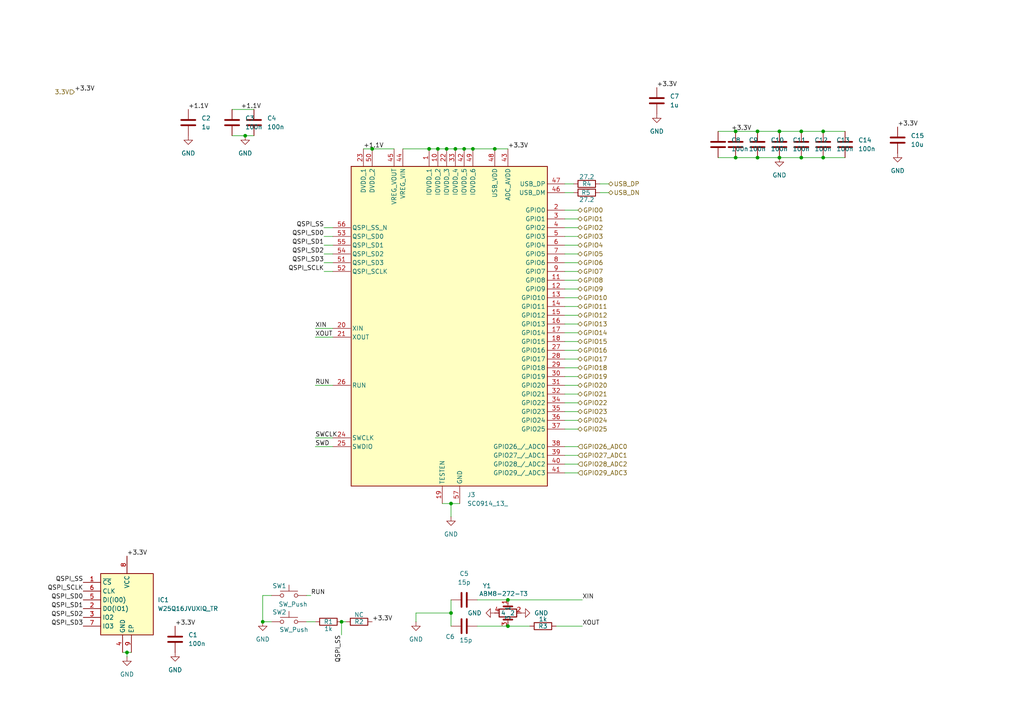
<source format=kicad_sch>
(kicad_sch (version 20250114) (generator "eeschema") (generator_version "9.0")
  (paper "A4")
  (lib_symbols
    (symbol "Device:C" (pin_numbers (hide yes)) (pin_names (offset 0.254))
      (property "Reference" "C" (at 0.635 2.54 0))
      (property "Value" "C" (at 0.635 -2.54 0))
      (symbol "C_0_1"
        (polyline (pts (xy -2.032 0.762) (xy 2.032 0.762)) (stroke (width 0.508)))
        (polyline (pts (xy -2.032 -0.762) (xy 2.032 -0.762)) (stroke (width 0.508)))
      )
      (symbol "C_1_1"
        (pin passive line (at 0 3.81 270) (length 2.794) (name "~") (number "1"))
        (pin passive line (at 0 -3.81 90) (length 2.794) (name "~") (number "2"))
      )
    )
    (symbol "Device:R" (pin_numbers (hide yes)) (pin_names (offset 0))
      (property "Reference" "R" (at 2.032 0 90))
      (property "Value" "R" (at 0 0 90))
      (symbol "R_0_1"
        (rectangle (start -1.016 -2.54) (end 1.016 2.54) (stroke (width 0.254)))
      )
      (symbol "R_1_1"
        (pin passive line (at 0 3.81 270) (length 1.27) (name "~") (number "1"))
        (pin passive line (at 0 -3.81 90) (length 1.27) (name "~") (number "2"))
      )
    )
    (symbol "Eeloo_Pad:ABM8-272-T3"
      (property "Reference" "Y" (at 36.83 7.62 0))
      (property "Value" "ABM8-272-T3" (at 36.83 5.08 0))
      (symbol "ABM8-272-T3_0_1"
        (polyline (pts (xy 12.7 -26.67) (xy 13.335 -26.67)))
        (polyline (pts (xy 13.335 -27.94) (xy 13.335 -25.4)) (stroke (width 0.508)))
        (rectangle (start 14.097 -24.13) (end 16.383 -29.21) (stroke (width 0.3048)))
        (polyline (pts (xy 17.145 -27.94) (xy 17.145 -25.4)) (stroke (width 0.508)))
        (polyline (pts (xy 17.78 -26.67) (xy 17.145 -26.67)))
      )
      (symbol "ABM8-272-T3_1_1"
        (pin passive line (at 11.43 -26.67 0) (length 1.27) (name "1") (number "1"))
        (pin passive line (at 15.24 -22.86 270) (length 1.27) (name "2") (number "2"))
        (pin passive line (at 15.24 -30.48 90) (length 1.27) (name "4") (number "4"))
        (pin passive line (at 19.05 -26.67 180) (length 1.27) (name "3") (number "3"))
      )
    )
    (symbol "Eeloo_Pad:SC0914_13_"
      (property "Reference" "J" (at 89.154 79.248 0))
      (property "Value" "SC0914_13_" (at 89.154 76.708 0))
      (symbol "SC0914_13__1_1"
        (rectangle (start -11.176 44.45) (end 45.72 -48.26) (stroke (width 0.254)) (fill (type background)))
        (pin passive line (at -16.51 26.67 0) (length 5.08) (name "QSPI_SS_N") (number "56"))
        (pin passive line (at -16.51 24.13 0) (length 5.08) (name "QSPI_SD0") (number "53"))
        (pin passive line (at -16.51 21.59 0) (length 5.08) (name "QSPI_SD1") (number "55"))
        (pin passive line (at -16.51 19.05 0) (length 5.08) (name "QSPI_SD2") (number "54"))
        (pin passive line (at -16.51 16.51 0) (length 5.08) (name "QSPI_SD3") (number "51"))
        (pin passive line (at -16.51 13.97 0) (length 5.08) (name "QSPI_SCLK") (number "52"))
        (pin passive line (at -16.51 -2.54 0) (length 5.08) (name "XIN") (number "20"))
        (pin passive line (at -16.51 -5.08 0) (length 5.08) (name "XOUT") (number "21"))
        (pin passive line (at -16.51 -19.05 0) (length 5.08) (name "RUN") (number "26"))
        (pin passive line (at -16.51 -34.29 0) (length 5.08) (name "SWCLK") (number "24"))
        (pin passive line (at -16.51 -36.83 0) (length 5.08) (name "SWDIO") (number "25"))
        (pin passive line (at -7.62 49.53 270) (length 5.08) (name "DVDD_1") (number "23"))
        (pin passive line (at -5.08 49.53 270) (length 5.08) (name "DVDD_2") (number "50"))
        (pin passive line (at 1.27 49.53 270) (length 5.08) (name "VREG_VOUT") (number "45"))
        (pin passive line (at 3.81 49.53 270) (length 5.08) (name "VREG_VIN") (number "44"))
        (pin passive line (at 11.43 49.53 270) (length 5.08) (name "IOVDD_1") (number "1"))
        (pin passive line (at 13.97 49.53 270) (length 5.08) (name "IOVDD_2") (number "10"))
        (pin passive line (at 15.24 -53.34 90) (length 5.08) (name "TESTEN") (number "19"))
        (pin passive line (at 16.51 49.53 270) (length 5.08) (name "IOVDD_3") (number "22"))
        (pin passive line (at 19.05 49.53 270) (length 5.08) (name "IOVDD_4") (number "33"))
        (pin passive line (at 20.32 -53.34 90) (length 5.08) (name "GND") (number "57"))
        (pin passive line (at 21.59 49.53 270) (length 5.08) (name "IOVDD_5") (number "42"))
        (pin passive line (at 24.13 49.53 270) (length 5.08) (name "IOVDD_6") (number "49"))
        (pin passive line (at 30.48 49.53 270) (length 5.08) (name "USB_VDD") (number "48"))
        (pin passive line (at 34.29 49.53 270) (length 5.08) (name "ADC_AVDD") (number "43"))
        (pin passive line (at 50.8 39.37 180) (length 5.08) (name "USB_DP") (number "47"))
        (pin passive line (at 50.8 36.83 180) (length 5.08) (name "USB_DM") (number "46"))
        (pin passive line (at 50.8 31.75 180) (length 5.08) (name "GPIO0") (number "2"))
        (pin passive line (at 50.8 29.21 180) (length 5.08) (name "GPIO1") (number "3"))
        (pin passive line (at 50.8 26.67 180) (length 5.08) (name "GPIO2") (number "4"))
        (pin passive line (at 50.8 24.13 180) (length 5.08) (name "GPIO3") (number "5"))
        (pin passive line (at 50.8 21.59 180) (length 5.08) (name "GPIO4") (number "6"))
        (pin passive line (at 50.8 19.05 180) (length 5.08) (name "GPIO5") (number "7"))
        (pin passive line (at 50.8 16.51 180) (length 5.08) (name "GPIO6") (number "8"))
        (pin passive line (at 50.8 13.97 180) (length 5.08) (name "GPIO7") (number "9"))
        (pin passive line (at 50.8 11.43 180) (length 5.08) (name "GPIO8") (number "11"))
        (pin passive line (at 50.8 8.89 180) (length 5.08) (name "GPIO9") (number "12"))
        (pin passive line (at 50.8 6.35 180) (length 5.08) (name "GPIO10") (number "13"))
        (pin passive line (at 50.8 3.81 180) (length 5.08) (name "GPIO11") (number "14"))
        (pin passive line (at 50.8 1.27 180) (length 5.08) (name "GPIO12") (number "15"))
        (pin passive line (at 50.8 -1.27 180) (length 5.08) (name "GPIO13") (number "16"))
        (pin passive line (at 50.8 -3.81 180) (length 5.08) (name "GPIO14") (number "17"))
        (pin passive line (at 50.8 -6.35 180) (length 5.08) (name "GPIO15") (number "18"))
        (pin passive line (at 50.8 -8.89 180) (length 5.08) (name "GPIO16") (number "27"))
        (pin passive line (at 50.8 -11.43 180) (length 5.08) (name "GPIO17") (number "28"))
        (pin passive line (at 50.8 -13.97 180) (length 5.08) (name "GPIO18") (number "29"))
        (pin passive line (at 50.8 -16.51 180) (length 5.08) (name "GPIO19") (number "30"))
        (pin passive line (at 50.8 -19.05 180) (length 5.08) (name "GPIO20") (number "31"))
        (pin passive line (at 50.8 -21.59 180) (length 5.08) (name "GPIO21") (number "32"))
        (pin passive line (at 50.8 -24.13 180) (length 5.08) (name "GPIO22") (number "34"))
        (pin passive line (at 50.8 -26.67 180) (length 5.08) (name "GPIO23") (number "35"))
        (pin passive line (at 50.8 -29.21 180) (length 5.08) (name "GPIO24") (number "36"))
        (pin passive line (at 50.8 -31.75 180) (length 5.08) (name "GPIO25") (number "37"))
        (pin passive line (at 50.8 -36.83 180) (length 5.08) (name "GPIO26_/_ADC0") (number "38"))
        (pin passive line (at 50.8 -39.37 180) (length 5.08) (name "GPIO27_/_ADC1") (number "39"))
        (pin passive line (at 50.8 -41.91 180) (length 5.08) (name "GPIO28_/_ADC2") (number "40"))
        (pin passive line (at 50.8 -44.45 180) (length 5.08) (name "GPIO29_/_ADC3") (number "41"))
      )
    )
    (symbol "Eeloo_Pad:W25Q16JVUXIQ_TR"
      (property "Reference" "IC" (at 17.272 7.62 0))
      (property "Value" "W25Q16JVUXIQ_TR" (at 17.272 5.08 0))
      (symbol "W25Q16JVUXIQ_TR_1_1"
        (rectangle (start 5.08 2.54) (end 20.32 -15.24) (stroke (width 0.254)) (fill (type background)))
        (pin passive line (at 0 0 0) (length 5.08) (name "~{CS}") (number "1"))
        (pin passive line (at 0 -2.54 0) (length 5.08) (name "CLK") (number "6"))
        (pin passive line (at 0 -5.08 0) (length 5.08) (name "DI(IO0)") (number "5"))
        (pin passive line (at 0 -7.62 0) (length 5.08) (name "DO(IO1)") (number "2"))
        (pin passive line (at 0 -10.16 0) (length 5.08) (name "IO2") (number "3"))
        (pin passive line (at 0 -12.7 0) (length 5.08) (name "IO3") (number "7"))
        (pin passive line (at 11.43 -20.32 90) (length 5.08) (name "GND") (number "4"))
        (pin passive line (at 12.7 7.62 270) (length 5.08) (name "VCC") (number "8"))
        (pin passive line (at 13.97 -20.32 90) (length 5.08) (name "EP") (number "9"))
      )
    )
    (symbol "Switch:SW_Push" (pin_numbers (hide yes)) (pin_names (offset 1.016) (hide yes))
      (property "Reference" "SW" (at 1.27 2.54 0))
      (property "Value" "SW_Push" (at 0 -1.524 0))
      (symbol "SW_Push_0_1"
        (circle (center -2.032 0) (radius 0.508))
        (polyline (pts (xy 0 1.27) (xy 0 3.048)))
        (circle (center 2.032 0) (radius 0.508))
        (polyline (pts (xy 2.54 1.27) (xy -2.54 1.27)))
        (pin passive line (at -5.08 0 0) (length 2.54) (name "1") (number "1"))
        (pin passive line (at 5.08 0 180) (length 2.54) (name "2") (number "2"))
      )
    )
    (symbol "power:GND" (power) (pin_numbers (hide yes)) (pin_names (offset 0) (hide yes))
      (property "Value" "GND" (at 0 -3.81 0))
      (symbol "GND_0_1"
        (polyline (pts (xy 0 0) (xy 0 -1.27) (xy 1.27 -1.27) (xy 0 -2.54) (xy -1.27 -1.27) (xy 0 -1.27)))
      )
      (symbol "GND_1_1"
        (pin power_in line (at 0 0 270) (length 0) (name "~") (number "1"))
      )
    )
  )
  (junction (at 99.06 180.34))
  (junction (at 107.95 43.18))
  (junction (at 213.36 45.72))
  (junction (at 226.06 45.72))
  (junction (at 36.83 189.23))
  (junction (at 71.12 39.37))
  (junction (at 143.51 43.18))
  (junction (at 219.71 38.1))
  (junction (at 147.32 173.99))
  (junction (at 124.46 43.18))
  (junction (at 134.62 43.18))
  (junction (at 147.32 181.61))
  (junction (at 130.81 146.05))
  (junction (at 238.76 38.1))
  (junction (at 232.41 38.1))
  (junction (at 226.06 38.1))
  (junction (at 129.54 43.18))
  (junction (at 127 43.18))
  (junction (at 137.16 43.18))
  (junction (at 238.76 45.72))
  (junction (at 132.08 43.18))
  (junction (at 130.81 177.8))
  (junction (at 213.36 38.1))
  (junction (at 232.41 45.72))
  (junction (at 219.71 45.72))
  (junction (at 76.2 180.34))
  (wire (pts (xy 163.83 83.82) (xy 167.64 83.82)))
  (wire (pts (xy 130.81 149.86) (xy 130.81 146.05)))
  (wire (pts (xy 163.83 66.04) (xy 167.64 66.04)))
  (wire (pts (xy 99.06 180.34) (xy 100.33 180.34)))
  (wire (pts (xy 130.81 146.05) (xy 133.35 146.05)))
  (wire (pts (xy 163.83 99.06) (xy 167.64 99.06)))
  (wire (pts (xy 163.83 101.6) (xy 167.64 101.6)))
  (wire (pts (xy 67.31 31.75) (xy 73.66 31.75)))
  (wire (pts (xy 163.83 71.12) (xy 167.64 71.12)))
  (wire (pts (xy 173.99 55.88) (xy 176.53 55.88)))
  (wire (pts (xy 93.98 78.74) (xy 96.52 78.74)))
  (wire (pts (xy 78.74 172.72) (xy 76.2 172.72)))
  (wire (pts (xy 163.83 119.38) (xy 167.64 119.38)))
  (wire (pts (xy 76.2 172.72) (xy 76.2 180.34)))
  (wire (pts (xy 219.71 45.72) (xy 226.06 45.72)))
  (wire (pts (xy 232.41 45.72) (xy 238.76 45.72)))
  (wire (pts (xy 129.54 43.18) (xy 132.08 43.18)))
  (wire (pts (xy 163.83 93.98) (xy 167.64 93.98)))
  (wire (pts (xy 226.06 38.1) (xy 232.41 38.1)))
  (wire (pts (xy 71.12 39.37) (xy 73.66 39.37)))
  (wire (pts (xy 130.81 146.05) (xy 128.27 146.05)))
  (wire (pts (xy 91.44 129.54) (xy 96.52 129.54)))
  (wire (pts (xy 163.83 68.58) (xy 167.64 68.58)))
  (wire (pts (xy 36.83 189.23) (xy 38.1 189.23)))
  (wire (pts (xy 76.2 180.34) (xy 78.74 180.34)))
  (wire (pts (xy 67.31 39.37) (xy 71.12 39.37)))
  (wire (pts (xy 163.83 116.84) (xy 167.64 116.84)))
  (wire (pts (xy 93.98 66.04) (xy 96.52 66.04)))
  (wire (pts (xy 213.36 38.1) (xy 219.71 38.1)))
  (wire (pts (xy 163.83 104.14) (xy 167.64 104.14)))
  (wire (pts (xy 163.83 55.88) (xy 166.37 55.88)))
  (wire (pts (xy 163.83 91.44) (xy 167.64 91.44)))
  (wire (pts (xy 127 43.18) (xy 129.54 43.18)))
  (wire (pts (xy 93.98 76.2) (xy 96.52 76.2)))
  (wire (pts (xy 163.83 81.28) (xy 167.64 81.28)))
  (wire (pts (xy 163.83 73.66) (xy 167.64 73.66)))
  (wire (pts (xy 91.44 97.79) (xy 96.52 97.79)))
  (wire (pts (xy 163.83 134.62) (xy 167.64 134.62)))
  (wire (pts (xy 91.44 127) (xy 96.52 127)))
  (wire (pts (xy 219.71 38.1) (xy 226.06 38.1)))
  (wire (pts (xy 116.84 43.18) (xy 124.46 43.18)))
  (wire (pts (xy 163.83 129.54) (xy 167.64 129.54)))
  (wire (pts (xy 163.83 111.76) (xy 167.64 111.76)))
  (wire (pts (xy 99.06 184.15) (xy 99.06 180.34)))
  (wire (pts (xy 163.83 78.74) (xy 167.64 78.74)))
  (wire (pts (xy 238.76 45.72) (xy 245.11 45.72)))
  (wire (pts (xy 120.65 180.34) (xy 120.65 177.8)))
  (wire (pts (xy 91.44 111.76) (xy 96.52 111.76)))
  (wire (pts (xy 163.83 124.46) (xy 167.64 124.46)))
  (wire (pts (xy 163.83 60.96) (xy 167.64 60.96)))
  (wire (pts (xy 238.76 38.1) (xy 245.11 38.1)))
  (wire (pts (xy 147.32 181.61) (xy 153.67 181.61)))
  (wire (pts (xy 93.98 71.12) (xy 96.52 71.12)))
  (wire (pts (xy 137.16 43.18) (xy 143.51 43.18)))
  (wire (pts (xy 232.41 38.1) (xy 238.76 38.1)))
  (wire (pts (xy 163.83 121.92) (xy 167.64 121.92)))
  (wire (pts (xy 143.51 43.18) (xy 147.32 43.18)))
  (wire (pts (xy 138.43 181.61) (xy 147.32 181.61)))
  (wire (pts (xy 163.83 109.22) (xy 167.64 109.22)))
  (wire (pts (xy 90.17 172.72) (xy 88.9 172.72)))
  (wire (pts (xy 163.83 96.52) (xy 167.64 96.52)))
  (wire (pts (xy 163.83 132.08) (xy 167.64 132.08)))
  (wire (pts (xy 147.32 173.99) (xy 168.91 173.99)))
  (wire (pts (xy 132.08 43.18) (xy 134.62 43.18)))
  (wire (pts (xy 93.98 68.58) (xy 96.52 68.58)))
  (wire (pts (xy 130.81 173.99) (xy 130.81 177.8)))
  (wire (pts (xy 138.43 173.99) (xy 147.32 173.99)))
  (wire (pts (xy 163.83 106.68) (xy 167.64 106.68)))
  (wire (pts (xy 163.83 88.9) (xy 167.64 88.9)))
  (wire (pts (xy 91.44 95.25) (xy 96.52 95.25)))
  (wire (pts (xy 213.36 45.72) (xy 219.71 45.72)))
  (wire (pts (xy 163.83 76.2) (xy 167.64 76.2)))
  (wire (pts (xy 107.95 43.18) (xy 114.3 43.18)))
  (wire (pts (xy 130.81 177.8) (xy 130.81 181.61)))
  (wire (pts (xy 120.65 177.8) (xy 130.81 177.8)))
  (wire (pts (xy 226.06 45.72) (xy 232.41 45.72)))
  (wire (pts (xy 36.83 189.23) (xy 36.83 190.5)))
  (wire (pts (xy 208.28 38.1) (xy 213.36 38.1)))
  (wire (pts (xy 91.44 180.34) (xy 88.9 180.34)))
  (wire (pts (xy 93.98 73.66) (xy 96.52 73.66)))
  (wire (pts (xy 163.83 86.36) (xy 167.64 86.36)))
  (wire (pts (xy 105.41 43.18) (xy 107.95 43.18)))
  (wire (pts (xy 163.83 114.3) (xy 167.64 114.3)))
  (wire (pts (xy 208.28 45.72) (xy 213.36 45.72)))
  (wire (pts (xy 163.83 53.34) (xy 166.37 53.34)))
  (wire (pts (xy 134.62 43.18) (xy 137.16 43.18)))
  (wire (pts (xy 163.83 137.16) (xy 167.64 137.16)))
  (wire (pts (xy 161.29 181.61) (xy 168.91 181.61)))
  (wire (pts (xy 163.83 63.5) (xy 167.64 63.5)))
  (wire (pts (xy 124.46 43.18) (xy 127 43.18)))
  (wire (pts (xy 173.99 53.34) (xy 176.53 53.34)))
  (wire (pts (xy 35.56 189.23) (xy 36.83 189.23)))
  (label "QSPI_SS" (at 99.06 184.15 270))
  (label "QSPI_SD2" (at 24.13 179.07 180))
  (label "+3.3V" (at 260.35 36.83 0))
  (label "+3.3V" (at 107.95 180.34 0))
  (label "+3.3V" (at 212.09 38.1 0))
  (label "QSPI_SS" (at 24.13 168.91 180))
  (label "+1.1V" (at 105.41 43.18 0))
  (label "RUN" (at 91.44 111.76 0))
  (label "QSPI_SS" (at 93.98 66.04 180))
  (label "QSPI_SD0" (at 24.13 173.99 180))
  (label "+3.3V" (at 36.83 161.29 0))
  (label "XOUT" (at 91.44 97.79 0))
  (label "QSPI_SCLK" (at 24.13 171.45 180))
  (label "+1.1V" (at 69.85 31.75 0))
  (label "QSPI_SD3" (at 93.98 76.2 180))
  (label "+3.3V" (at 190.5 25.4 0))
  (label "SWCLK" (at 91.44 127 0))
  (label "XIN" (at 91.44 95.25 0))
  (label "QSPI_SCLK" (at 93.98 78.74 180))
  (label "+3.3V" (at 50.8 181.61 0))
  (label "QSPI_SD2" (at 93.98 73.66 180))
  (label "XOUT" (at 168.91 181.61 0))
  (label "QSPI_SD1" (at 24.13 176.53 180))
  (label "QSPI_SD1" (at 93.98 71.12 180))
  (label "SWD" (at 91.44 129.54 0))
  (label "QSPI_SD0" (at 93.98 68.58 180))
  (label "+3.3V" (at 147.32 43.18 0))
  (label "RUN" (at 90.17 172.72 0))
  (label "+1.1V" (at 54.61 31.75 0))
  (label "QSPI_SD3" (at 24.13 181.61 180))
  (label "XIN" (at 168.91 173.99 0))
  (label "+3.3V" (at 21.59 26.67 0))
  (hierarchical_label "USB_DN" (shape bidirectional) (at 176.53 55.88 0))
  (hierarchical_label "GPIO3" (shape bidirectional) (at 167.64 68.58 0))
  (hierarchical_label "GPIO19" (shape bidirectional) (at 167.64 109.22 0))
  (hierarchical_label "GPIO9" (shape bidirectional) (at 167.64 83.82 0))
  (hierarchical_label "GPIO12" (shape bidirectional) (at 167.64 91.44 0))
  (hierarchical_label "GPIO0" (shape bidirectional) (at 167.64 60.96 0))
  (hierarchical_label "GPIO11" (shape bidirectional) (at 167.64 88.9 0))
  (hierarchical_label "GPIO6" (shape bidirectional) (at 167.64 76.2 0))
  (hierarchical_label "GPIO29_ADC3" (shape input) (at 167.64 137.16 0))
  (hierarchical_label "GPIO23" (shape bidirectional) (at 167.64 119.38 0))
  (hierarchical_label "GPIO1" (shape bidirectional) (at 167.64 63.5 0))
  (hierarchical_label "GPIO17" (shape bidirectional) (at 167.64 104.14 0))
  (hierarchical_label "GPIO8" (shape bidirectional) (at 167.64 81.28 0))
  (hierarchical_label "GPIO20" (shape bidirectional) (at 167.64 111.76 0))
  (hierarchical_label "GPIO22" (shape bidirectional) (at 167.64 116.84 0))
  (hierarchical_label "GPIO25" (shape bidirectional) (at 167.64 124.46 0))
  (hierarchical_label "GPIO7" (shape bidirectional) (at 167.64 78.74 0))
  (hierarchical_label "GPIO4" (shape bidirectional) (at 167.64 71.12 0))
  (hierarchical_label "GPIO16" (shape bidirectional) (at 167.64 101.6 0))
  (hierarchical_label "GPIO14" (shape bidirectional) (at 167.64 96.52 0))
  (hierarchical_label "GPIO2" (shape bidirectional) (at 167.64 66.04 0))
  (hierarchical_label "3.3V" (shape input) (at 21.59 26.67 180))
  (hierarchical_label "GPIO5" (shape bidirectional) (at 167.64 73.66 0))
  (hierarchical_label "USB_DP" (shape bidirectional) (at 176.53 53.34 0))
  (hierarchical_label "GPIO13" (shape bidirectional) (at 167.64 93.98 0))
  (hierarchical_label "GPIO28_ADC2" (shape input) (at 167.64 134.62 0))
  (hierarchical_label "GPIO26_ADC0" (shape input) (at 167.64 129.54 0))
  (hierarchical_label "GPIO15" (shape bidirectional) (at 167.64 99.06 0))
  (hierarchical_label "GPIO10" (shape bidirectional) (at 167.64 86.36 0))
  (hierarchical_label "GPIO24" (shape bidirectional) (at 167.64 121.92 0))
  (hierarchical_label "GPIO18" (shape bidirectional) (at 167.64 106.68 0))
  (hierarchical_label "GPIO27_ADC1" (shape input) (at 167.64 132.08 0))
  (hierarchical_label "GPIO21" (shape bidirectional) (at 167.64 114.3 0))
  (symbol (lib_id "Device:C") (at 208.28 41.91 0) (unit 1)
    (property "Reference" "C8" (at 212.09 40.6399 0) (effects (justify left)))
    (property "Value" "100n" (at 212.09 43.1799 0) (effects (justify left)))
    (property "Footprint" "Capacitor_SMD:C_0603_1608Metric_Pad1.08x0.95mm_HandSolder" (effects (hide yes)))
    (property "Description" "Unpolarized capacitor" (effects (hide yes)))
    (instances (project "Eeloo_Pad" (path "" (reference "C8") (unit 1)) (path "" (reference "C23") (unit 1))))
  )
  (symbol (lib_id "Device:C") (at 232.41 41.91 0) (unit 1)
    (property "Reference" "C12" (at 236.22 40.6399 0) (effects (justify left)))
    (property "Value" "100n" (at 236.22 43.1799 0) (effects (justify left)))
    (property "Footprint" "Capacitor_SMD:C_0603_1608Metric_Pad1.08x0.95mm_HandSolder" (effects (hide yes)))
    (property "Description" "Unpolarized capacitor" (effects (hide yes)))
    (instances (project "Eeloo_Pad" (path "" (reference "C12") (unit 1)) (path "" (reference "C27") (unit 1))))
  )
  (symbol (lib_id "Device:C") (at 260.35 40.64 0) (unit 1)
    (property "Reference" "C15" (at 264.16 39.3699 0) (effects (justify left)))
    (property "Value" "10u" (at 264.16 41.9099 0) (effects (justify left)))
    (property "Footprint" "Capacitor_SMD:C_0603_1608Metric_Pad1.08x0.95mm_HandSolder" (effects (hide yes)))
    (property "Description" "Unpolarized capacitor" (effects (hide yes)))
    (instances (project "Eeloo_Pad" (path "" (reference "C15") (unit 1)) (path "" (reference "C30") (unit 1))))
  )
  (symbol (lib_id "power:GND") (at 190.5 33.02 0) (unit 1)
    (property "Reference" "#PWR010" (effects (hide yes)))
    (property "Value" "GND" (at 190.5 38.1 0))
    (property "Description" "Power symbol creates a global label with name \"GND\" , ground" (effects (hide yes)))
    (instances (project "Eeloo_Pad" (path "" (reference "#PWR010") (unit 1)) (path "" (reference "#PWR022") (unit 1))))
  )
  (symbol (lib_id "power:GND") (at 226.06 45.72 0) (unit 1)
    (property "Reference" "#PWR011" (effects (hide yes)))
    (property "Value" "GND" (at 226.06 50.8 0))
    (property "Description" "Power symbol creates a global label with name \"GND\" , ground" (effects (hide yes)))
    (instances (project "Eeloo_Pad" (path "" (reference "#PWR011") (unit 1)) (path "" (reference "#PWR023") (unit 1))))
  )
  (symbol (lib_id "power:GND") (at 143.51 177.8 270) (unit 1)
    (property "Reference" "#PWR08" (effects (hide yes)))
    (property "Value" "GND" (at 139.7 177.7999 90) (effects (justify right)))
    (property "Description" "Power symbol creates a global label with name \"GND\" , ground" (effects (hide yes)))
    (instances (project "Eeloo_Pad" (path "" (reference "#PWR08") (unit 1)) (path "" (reference "#PWR020") (unit 1))))
  )
  (symbol (lib_id "Device:C") (at 73.66 35.56 0) (unit 1)
    (property "Reference" "C4" (at 77.47 34.2899 0) (effects (justify left)))
    (property "Value" "100n" (at 77.47 36.8299 0) (effects (justify left)))
    (property "Footprint" "Capacitor_SMD:C_0603_1608Metric_Pad1.08x0.95mm_HandSolder" (effects (hide yes)))
    (property "Description" "Unpolarized capacitor" (effects (hide yes)))
    (instances (project "Eeloo_Pad" (path "" (reference "C4") (unit 1)) (path "" (reference "C19") (unit 1))))
  )
  (symbol (lib_id "Device:R") (at 104.14 180.34 90) (unit 1)
    (property "Reference" "R2" (at 104.14 180.34 90))
    (property "Value" "NC" (at 104.14 178.308 90))
    (property "Footprint" "Resistor_SMD:R_0603_1608Metric_Pad0.98x0.95mm_HandSolder" (effects (hide yes)))
    (property "Description" "Resistor" (effects (hide yes)))
    (instances (project "Eeloo_Pad" (path "" (reference "R2") (unit 1)) (path "" (reference "R7") (unit 1))))
  )
  (symbol (lib_id "Device:C") (at 238.76 41.91 0) (unit 1)
    (property "Reference" "C13" (at 242.57 40.6399 0) (effects (justify left)))
    (property "Value" "100n" (at 242.57 43.1799 0) (effects (justify left)))
    (property "Footprint" "Capacitor_SMD:C_0603_1608Metric_Pad1.08x0.95mm_HandSolder" (effects (hide yes)))
    (property "Description" "Unpolarized capacitor" (effects (hide yes)))
    (instances (project "Eeloo_Pad" (path "" (reference "C13") (unit 1)) (path "" (reference "C28") (unit 1))))
  )
  (symbol (lib_id "power:GND") (at 76.2 180.34 0) (unit 1)
    (property "Reference" "#PWR05" (effects (hide yes)))
    (property "Value" "GND" (at 76.2 185.42 0))
    (property "Description" "Power symbol creates a global label with name \"GND\" , ground" (effects (hide yes)))
    (instances (project "Eeloo_Pad" (path "" (reference "#PWR05") (unit 1)) (path "" (reference "#PWR017") (unit 1))))
  )
  (symbol (lib_id "Device:C") (at 134.62 181.61 90) (unit 1)
    (property "Reference" "C6" (at 130.556 184.658 90))
    (property "Value" "15p" (at 135.128 185.674 90))
    (property "Footprint" "Capacitor_SMD:C_0603_1608Metric_Pad1.08x0.95mm_HandSolder" (effects (hide yes)))
    (property "Description" "Unpolarized capacitor" (effects (hide yes)))
    (instances (project "Eeloo_Pad" (path "" (reference "C6") (unit 1)) (path "" (reference "C21") (unit 1))))
  )
  (symbol (lib_id "Device:R") (at 157.48 181.61 90) (unit 1)
    (property "Reference" "R3" (at 157.48 181.61 90))
    (property "Value" "1k" (at 157.48 179.578 90))
    (property "Footprint" "Resistor_SMD:R_0603_1608Metric_Pad0.98x0.95mm_HandSolder" (effects (hide yes)))
    (property "Description" "Resistor" (effects (hide yes)))
    (instances (project "Eeloo_Pad" (path "" (reference "R3") (unit 1)) (path "" (reference "R8") (unit 1))))
  )
  (symbol (lib_id "power:GND") (at 54.61 39.37 0) (unit 1)
    (property "Reference" "#PWR03" (effects (hide yes)))
    (property "Value" "GND" (at 54.61 44.45 0))
    (property "Description" "Power symbol creates a global label with name \"GND\" , ground" (effects (hide yes)))
    (instances (project "Eeloo_Pad" (path "" (reference "#PWR03") (unit 1)) (path "" (reference "#PWR015") (unit 1))))
  )
  (symbol (lib_id "power:GND") (at 151.13 177.8 90) (unit 1)
    (property "Reference" "#PWR09" (effects (hide yes)))
    (property "Value" "GND" (at 154.94 177.7999 90) (effects (justify right)))
    (property "Description" "Power symbol creates a global label with name \"GND\" , ground" (effects (hide yes)))
    (instances (project "Eeloo_Pad" (path "" (reference "#PWR09") (unit 1)) (path "" (reference "#PWR021") (unit 1))))
  )
  (symbol (lib_id "Device:C") (at 226.06 41.91 0) (unit 1)
    (property "Reference" "C11" (at 229.87 40.6399 0) (effects (justify left)))
    (property "Value" "100n" (at 229.87 43.1799 0) (effects (justify left)))
    (property "Footprint" "Capacitor_SMD:C_0603_1608Metric_Pad1.08x0.95mm_HandSolder" (effects (hide yes)))
    (property "Description" "Unpolarized capacitor" (effects (hide yes)))
    (instances (project "Eeloo_Pad" (path "" (reference "C11") (unit 1)) (path "" (reference "C26") (unit 1))))
  )
  (symbol (lib_id "Device:C") (at 54.61 35.56 0) (unit 1)
    (property "Reference" "C2" (at 58.42 34.2899 0) (effects (justify left)))
    (property "Value" "1u" (at 58.42 36.8299 0) (effects (justify left)))
    (property "Footprint" "Capacitor_SMD:C_0603_1608Metric_Pad1.08x0.95mm_HandSolder" (effects (hide yes)))
    (property "Description" "Unpolarized capacitor" (effects (hide yes)))
    (instances (project "Eeloo_Pad" (path "" (reference "C2") (unit 1)) (path "" (reference "C17") (unit 1))))
  )
  (symbol (lib_id "Device:R") (at 170.18 55.88 90) (unit 1)
    (property "Reference" "R5" (at 169.926 55.88 90))
    (property "Value" "27.2" (at 170.18 57.912 90))
    (property "Footprint" "Resistor_SMD:R_0603_1608Metric_Pad0.98x0.95mm_HandSolder" (effects (hide yes)))
    (property "Description" "Resistor" (effects (hide yes)))
    (instances (project "Eeloo_Pad" (path "" (reference "R5") (unit 1)) (path "" (reference "R10") (unit 1))))
  )
  (symbol (lib_id "Switch:SW_Push") (at 83.82 180.34 0) (unit 1)
    (property "Reference" "SW2" (at 78.994 177.546 0) (effects (justify left)))
    (property "Value" "SW_Push" (at 81.026 182.626 0) (effects (justify left)))
    (property "Footprint" "Button_Switch_SMD:SW_SPST_TL3305A" (effects (hide yes)))
    (property "Description" "Push button switch, generic, two pins" (effects (hide yes)))
    (instances (project "Eeloo_Pad" (path "" (reference "SW2") (unit 1)) (path "" (reference "SW4") (unit 1))))
  )
  (symbol (lib_id "Device:C") (at 67.31 35.56 0) (unit 1)
    (property "Reference" "C3" (at 71.12 34.2899 0) (effects (justify left)))
    (property "Value" "100n" (at 71.12 36.8299 0) (effects (justify left)))
    (property "Footprint" "Capacitor_SMD:C_0603_1608Metric_Pad1.08x0.95mm_HandSolder" (effects (hide yes)))
    (property "Description" "Unpolarized capacitor" (effects (hide yes)))
    (instances (project "Eeloo_Pad" (path "" (reference "C3") (unit 1)) (path "" (reference "C18") (unit 1))))
  )
  (symbol (lib_id "Device:R") (at 95.25 180.34 270) (unit 1)
    (property "Reference" "R1" (at 95.25 180.34 90))
    (property "Value" "1k" (at 95.25 182.372 90))
    (property "Footprint" "Resistor_SMD:R_0603_1608Metric_Pad0.98x0.95mm_HandSolder" (effects (hide yes)))
    (property "Description" "Resistor" (effects (hide yes)))
    (instances (project "Eeloo_Pad" (path "" (reference "R1") (unit 1)) (path "" (reference "R6") (unit 1))))
  )
  (symbol (lib_id "Eeloo_Pad:SC0914_13_") (at 113.03 92.71 0) (unit 1)
    (property "Reference" "J3" (at 135.4933 143.51 0) (effects (justify left)))
    (property "Value" "SC0914_13_" (at 135.4933 146.05 0) (effects (justify left)))
    (property "Footprint" "Eeloo_Pad:SC091413" (effects (hide yes)))
    (property "Datasheet" "https://datasheets.raspberrypi.com/rp2040/rp2040-datasheet.pdf" (effects (hide yes)))
    (property "Description" "ARM Cortex-M0+ - Microcontroller IC 32-Bit Dual-Core 133MHz External Program Memory 56-QFN (7x7)" (effects (hide yes)))
    (property "Height" "0.9" (effects (hide yes)))
    (property "Mouser Part Number" "358-SC091413" (effects (hide yes)))
    (property "Mouser Price/Stock" "https://www.mouser.co.uk/ProductDetail/Raspberry-Pi/SC091413?qs=T%252BzbugeAwjhr%252BUbBr3TJcw%3D%3D" (effects (hide yes)))
    (property "Manufacturer_Name" "RASPBERRY-PI" (effects (hide yes)))
    (property "Manufacturer_Part_Number" "SC0914(13)" (effects (hide yes)))
    (instances (project "Eeloo_Pad" (path "" (reference "J3") (unit 1)) (path "" (reference "J4") (unit 1))))
  )
  (symbol (lib_id "Device:C") (at 50.8 185.42 0) (unit 1)
    (property "Reference" "C1" (at 54.61 184.1499 0) (effects (justify left)))
    (property "Value" "100n" (at 54.61 186.6899 0) (effects (justify left)))
    (property "Footprint" "Capacitor_SMD:C_0603_1608Metric_Pad1.08x0.95mm_HandSolder" (effects (hide yes)))
    (property "Description" "Unpolarized capacitor" (effects (hide yes)))
    (instances (project "Eeloo_Pad" (path "" (reference "C1") (unit 1)) (path "" (reference "C16") (unit 1))))
  )
  (symbol (lib_id "Eeloo_Pad:ABM8-272-T3") (at 173.99 162.56 270) (unit 1)
    (property "Reference" "Y1" (at 141.224 169.926 90))
    (property "Value" "ABM8-272-T3" (at 146.05 172.212 90))
    (property "Footprint" "Eeloo_Pad:ABM8272T3" (effects (hide yes)))
    (property "Datasheet" "https://abracon.com/datasheets/ABM8-272-T3.pdf" (effects (hide yes)))
    (property "Description" "Crystal, 12 MHz, SMD, 3.2mm x 2.5mm, 30 ppm, 10 pF, 30 ppm, ABM8 Series" (effects (hide yes)))
    (property "Height" "0.8" (effects (hide yes)))
    (property "Mouser Part Number" "815-ABM8-272-T3" (effects (hide yes)))
    (property "Mouser Price/Stock" "https://www.mouser.co.uk/ProductDetail/ABRACON/ABM8-272-T3?qs=QpmGXVUTftEj6miOiJBMxQ%3D%3D" (effects (hide yes)))
    (property "Manufacturer_Name" "ABRACON" (effects (hide yes)))
    (property "Manufacturer_Part_Number" "ABM8-272-T3" (effects (hide yes)))
    (instances (project "Eeloo_Pad" (path "" (reference "Y1") (unit 1)) (path "" (reference "Y2") (unit 1))))
  )
  (symbol (lib_id "Device:C") (at 134.62 173.99 90) (unit 1)
    (property "Reference" "C5" (at 134.62 166.37 90))
    (property "Value" "15p" (at 134.62 168.91 90))
    (property "Footprint" "Capacitor_SMD:C_0603_1608Metric_Pad1.08x0.95mm_HandSolder" (effects (hide yes)))
    (property "Description" "Unpolarized capacitor" (effects (hide yes)))
    (instances (project "Eeloo_Pad" (path "" (reference "C5") (unit 1)) (path "" (reference "C20") (unit 1))))
  )
  (symbol (lib_id "Switch:SW_Push") (at 83.82 172.72 0) (unit 1)
    (property "Reference" "SW1" (at 78.994 169.926 0) (effects (justify left)))
    (property "Value" "SW_Push" (at 80.772 175.26 0) (effects (justify left)))
    (property "Footprint" "Button_Switch_SMD:SW_SPST_TL3305A" (effects (hide yes)))
    (property "Description" "Push button switch, generic, two pins" (effects (hide yes)))
    (instances (project "Eeloo_Pad" (path "" (reference "SW1") (unit 1)) (path "" (reference "SW3") (unit 1))))
  )
  (symbol (lib_id "power:GND") (at 50.8 189.23 0) (unit 1)
    (property "Reference" "#PWR02" (effects (hide yes)))
    (property "Value" "GND" (at 50.8 194.31 0))
    (property "Description" "Power symbol creates a global label with name \"GND\" , ground" (effects (hide yes)))
    (instances (project "Eeloo_Pad" (path "" (reference "#PWR02") (unit 1)) (path "" (reference "#PWR014") (unit 1))))
  )
  (symbol (lib_id "power:GND") (at 260.35 44.45 0) (unit 1)
    (property "Reference" "#PWR012" (effects (hide yes)))
    (property "Value" "GND" (at 260.35 49.53 0))
    (property "Description" "Power symbol creates a global label with name \"GND\" , ground" (effects (hide yes)))
    (instances (project "Eeloo_Pad" (path "" (reference "#PWR012") (unit 1)) (path "" (reference "#PWR024") (unit 1))))
  )
  (symbol (lib_id "Device:C") (at 219.71 41.91 0) (unit 1)
    (property "Reference" "C10" (at 223.52 40.6399 0) (effects (justify left)))
    (property "Value" "100n" (at 223.52 43.1799 0) (effects (justify left)))
    (property "Footprint" "Capacitor_SMD:C_0603_1608Metric_Pad1.08x0.95mm_HandSolder" (effects (hide yes)))
    (property "Description" "Unpolarized capacitor" (effects (hide yes)))
    (instances (project "Eeloo_Pad" (path "" (reference "C10") (unit 1)) (path "" (reference "C25") (unit 1))))
  )
  (symbol (lib_id "Device:C") (at 245.11 41.91 0) (unit 1)
    (property "Reference" "C14" (at 248.92 40.6399 0) (effects (justify left)))
    (property "Value" "100n" (at 248.92 43.1799 0) (effects (justify left)))
    (property "Footprint" "Capacitor_SMD:C_0603_1608Metric_Pad1.08x0.95mm_HandSolder" (effects (hide yes)))
    (property "Description" "Unpolarized capacitor" (effects (hide yes)))
    (instances (project "Eeloo_Pad" (path "" (reference "C14") (unit 1)) (path "" (reference "C29") (unit 1))))
  )
  (symbol (lib_id "Device:C") (at 213.36 41.91 0) (unit 1)
    (property "Reference" "C9" (at 217.17 40.6399 0) (effects (justify left)))
    (property "Value" "100n" (at 217.17 43.1799 0) (effects (justify left)))
    (property "Footprint" "Capacitor_SMD:C_0603_1608Metric_Pad1.08x0.95mm_HandSolder" (effects (hide yes)))
    (property "Description" "Unpolarized capacitor" (effects (hide yes)))
    (instances (project "Eeloo_Pad" (path "" (reference "C9") (unit 1)) (path "" (reference "C24") (unit 1))))
  )
  (symbol (lib_id "Device:R") (at 170.18 53.34 90) (unit 1)
    (property "Reference" "R4" (at 170.18 53.34 90))
    (property "Value" "27.2" (at 170.18 51.308 90))
    (property "Footprint" "Resistor_SMD:R_0603_1608Metric_Pad0.98x0.95mm_HandSolder" (effects (hide yes)))
    (property "Description" "Resistor" (effects (hide yes)))
    (instances (project "Eeloo_Pad" (path "" (reference "R4") (unit 1)) (path "" (reference "R9") (unit 1))))
  )
  (symbol (lib_id "power:GND") (at 71.12 39.37 0) (unit 1)
    (property "Reference" "#PWR04" (effects (hide yes)))
    (property "Value" "GND" (at 71.12 44.45 0))
    (property "Description" "Power symbol creates a global label with name \"GND\" , ground" (effects (hide yes)))
    (instances (project "Eeloo_Pad" (path "" (reference "#PWR04") (unit 1)) (path "" (reference "#PWR016") (unit 1))))
  )
  (symbol (lib_id "power:GND") (at 36.83 190.5 0) (unit 1)
    (property "Reference" "#PWR01" (effects (hide yes)))
    (property "Value" "GND" (at 36.83 195.58 0))
    (property "Description" "Power symbol creates a global label with name \"GND\" , ground" (effects (hide yes)))
    (instances (project "Eeloo_Pad" (path "" (reference "#PWR01") (unit 1)) (path "" (reference "#PWR013") (unit 1))))
  )
  (symbol (lib_id "power:GND") (at 130.81 149.86 0) (unit 1)
    (property "Reference" "#PWR07" (effects (hide yes)))
    (property "Value" "GND" (at 130.81 154.94 0))
    (property "Description" "Power symbol creates a global label with name \"GND\" , ground" (effects (hide yes)))
    (instances (project "Eeloo_Pad" (path "" (reference "#PWR07") (unit 1)) (path "" (reference "#PWR019") (unit 1))))
  )
  (symbol (lib_id "Eeloo_Pad:W25Q16JVUXIQ_TR") (at 24.13 168.91 0) (unit 1)
    (property "Reference" "IC1" (at 45.72 173.9899 0) (effects (justify left)))
    (property "Value" "W25Q16JVUXIQ_TR" (at 45.72 176.5299 0) (effects (justify left)))
    (property "Footprint" "Eeloo_Pad:SON50P300X200X60-9N" (effects (hide yes)))
    (property "Datasheet" "https://componentsearchengine.com/Datasheets/1/W25Q16JVUXIQ TR.pdf" (effects (hide yes)))
    (property "Description" "NOR Flash spiFlash, 3V, 16M-bit, 4Kb Uniform Sector, DTR" (effects (hide yes)))
    (property "Height" "0.6" (effects (hide yes)))
    (property "Mouser Part Number" "454-W25Q16JVUXIQTR" (effects (hide yes)))
    (property "Mouser Price/Stock" "https://www.mouser.co.uk/ProductDetail/Winbond/W25Q16JVUXIQ-TR?qs=qSfuJ%252Bfl%2Fd7SDdIHLGOd1g%3D%3D" (effects (hide yes)))
    (property "Manufacturer_Name" "Winbond" (effects (hide yes)))
    (property "Manufacturer_Part_Number" "W25Q16JVUXIQ TR" (effects (hide yes)))
    (instances (project "Eeloo_Pad" (path "" (reference "IC1") (unit 1)) (path "" (reference "IC2") (unit 1))))
  )
  (symbol (lib_id "Device:C") (at 190.5 29.21 0) (unit 1)
    (property "Reference" "C7" (at 194.31 27.9399 0) (effects (justify left)))
    (property "Value" "1u" (at 194.31 30.4799 0) (effects (justify left)))
    (property "Footprint" "Capacitor_SMD:C_0603_1608Metric_Pad1.08x0.95mm_HandSolder" (effects (hide yes)))
    (property "Description" "Unpolarized capacitor" (effects (hide yes)))
    (instances (project "Eeloo_Pad" (path "" (reference "C7") (unit 1)) (path "" (reference "C22") (unit 1))))
  )
  (symbol (lib_id "power:GND") (at 120.65 180.34 0) (unit 1)
    (property "Reference" "#PWR06" (effects (hide yes)))
    (property "Value" "GND" (at 120.65 185.42 0))
    (property "Description" "Power symbol creates a global label with name \"GND\" , ground" (effects (hide yes)))
    (instances (project "Eeloo_Pad" (path "" (reference "#PWR06") (unit 1)) (path "" (reference "#PWR018") (unit 1))))
  )
)
</source>
